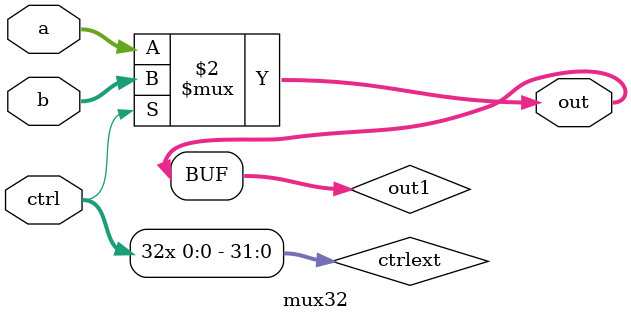
<source format=v>
module mux32 (a, b, ctrl, out);

	parameter n=32;

	input  [31:0] a;
	input  [31:0] b;
	input  ctrl;
	output [31:0] out;
	wire [31:0] ctrlext;
	assign ctrlext = {{31{ctrl}},ctrl};
	reg [31:0]out1;
	always@(*)
begin
	out1 = ctrl?b:a;
end
	assign out = out1;
endmodule

</source>
